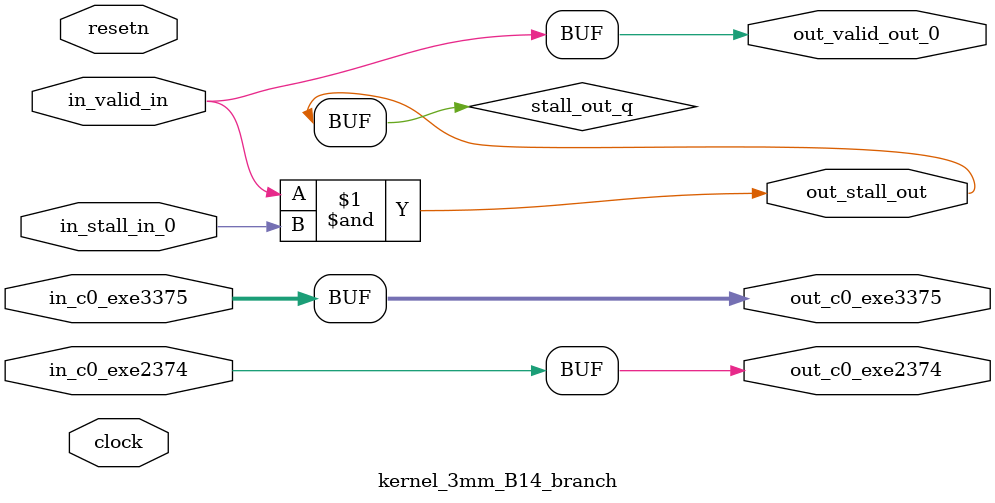
<source format=sv>



(* altera_attribute = "-name AUTO_SHIFT_REGISTER_RECOGNITION OFF; -name MESSAGE_DISABLE 10036; -name MESSAGE_DISABLE 10037; -name MESSAGE_DISABLE 14130; -name MESSAGE_DISABLE 14320; -name MESSAGE_DISABLE 15400; -name MESSAGE_DISABLE 14130; -name MESSAGE_DISABLE 10036; -name MESSAGE_DISABLE 12020; -name MESSAGE_DISABLE 12030; -name MESSAGE_DISABLE 12010; -name MESSAGE_DISABLE 12110; -name MESSAGE_DISABLE 14320; -name MESSAGE_DISABLE 13410; -name MESSAGE_DISABLE 113007; -name MESSAGE_DISABLE 10958" *)
module kernel_3mm_B14_branch (
    input wire [0:0] in_c0_exe2374,
    input wire [31:0] in_c0_exe3375,
    input wire [0:0] in_stall_in_0,
    input wire [0:0] in_valid_in,
    output wire [0:0] out_c0_exe2374,
    output wire [31:0] out_c0_exe3375,
    output wire [0:0] out_stall_out,
    output wire [0:0] out_valid_out_0,
    input wire clock,
    input wire resetn
    );

    wire [0:0] stall_out_q;


    // out_c0_exe2374(GPOUT,6)
    assign out_c0_exe2374 = in_c0_exe2374;

    // out_c0_exe3375(GPOUT,7)
    assign out_c0_exe3375 = in_c0_exe3375;

    // stall_out(LOGICAL,10)
    assign stall_out_q = in_valid_in & in_stall_in_0;

    // out_stall_out(GPOUT,8)
    assign out_stall_out = stall_out_q;

    // out_valid_out_0(GPOUT,9)
    assign out_valid_out_0 = in_valid_in;

endmodule

</source>
